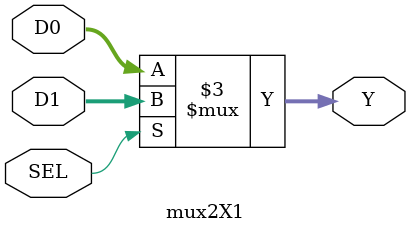
<source format=v>
`timescale 1ns / 1ps


module mux2X1(D0,D1,SEL,Y);
parameter N=18;
input [N-1:0]D0,D1;
input SEL;
output reg [N-1:0] Y;
always @(*)
begin
if (SEL)
Y = D1;
else
Y = D0;
end			
endmodule



</source>
